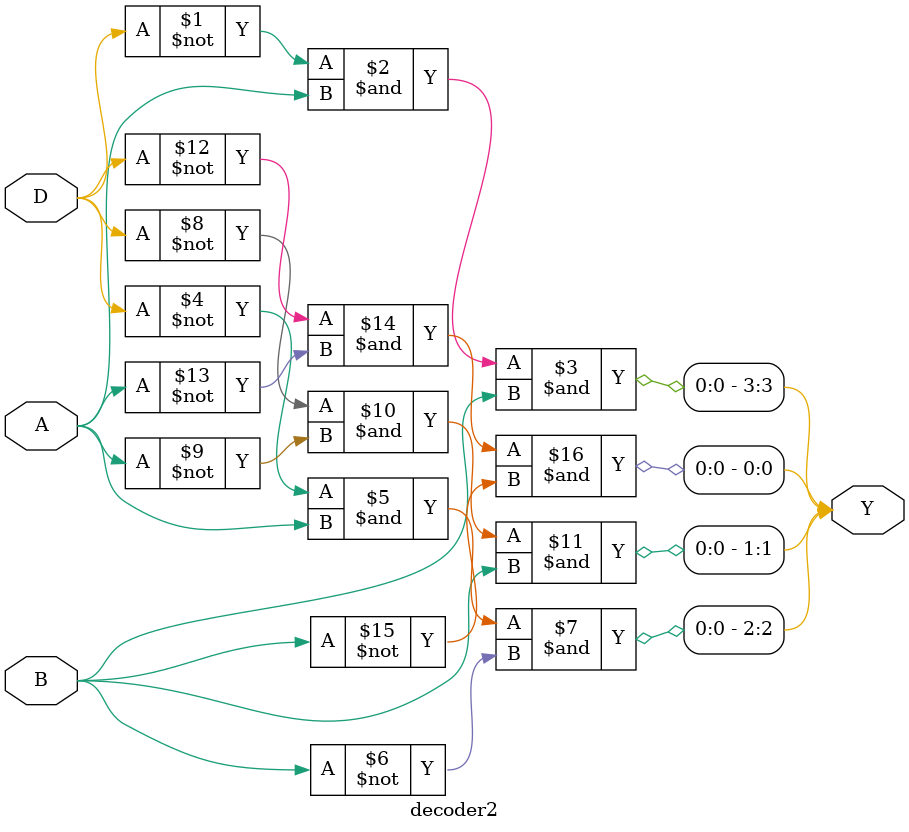
<source format=v>
`timescale 1ns / 1ps


module decoder2(
    input D,  //µÍµçÆ½ÓÐÐ§
    input A,
    input B,
    output [3:0]Y
    );
    assign Y[3] = ~D&A&B;
    assign Y[2] = ~D&A&~B;
    assign Y[1] = ~D&~A&B;
    assign Y[0] = ~D&~A&~B;
endmodule

</source>
